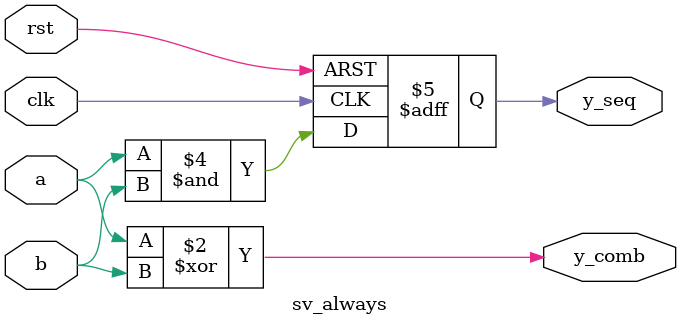
<source format=sv>
module sv_always(
    input logic clk,
    input logic rst,
    input logic a,
    input logic b,
    output logic y_comb,
    output logic y_seq
);

    // SystemVerilog always_comb block
    always_comb begin
        y_comb = a ^ b;
    end

    // SystemVerilog always_ff block
    always_ff @(posedge clk or posedge rst) begin
        if (rst) begin
            y_seq <= 1'b0;
        end else begin
            y_seq <= a & b;
        end
    end

endmodule

</source>
